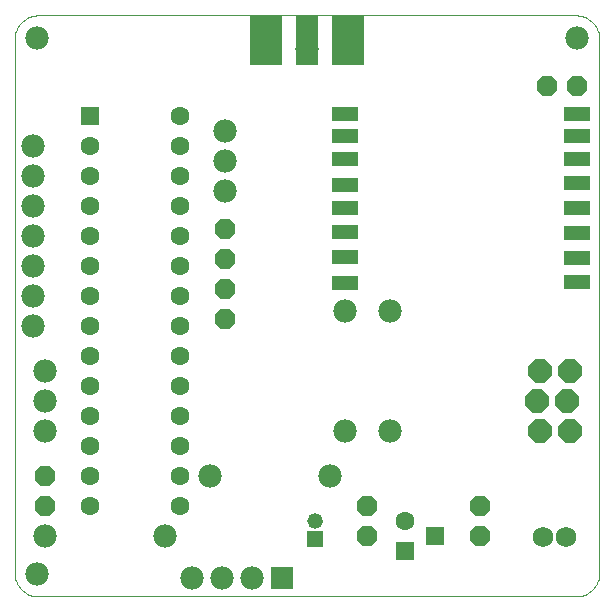
<source format=gts>
G75*
%MOIN*%
%OFA0B0*%
%FSLAX24Y24*%
%IPPOS*%
%LPD*%
%AMOC8*
5,1,8,0,0,1.08239X$1,22.5*
%
%ADD10C,0.0000*%
%ADD11R,0.0900X0.0460*%
%ADD12OC8,0.0780*%
%ADD13C,0.0780*%
%ADD14R,0.0630X0.0630*%
%ADD15C,0.0630*%
%ADD16R,0.0520X0.0520*%
%ADD17C,0.0520*%
%ADD18OC8,0.0670*%
%ADD19R,0.0740X0.1690*%
%ADD20R,0.1090X0.1690*%
%ADD21R,0.0780X0.0780*%
%ADD22C,0.0680*%
D10*
X001467Y001180D02*
X019385Y001180D01*
X019439Y001182D01*
X019492Y001187D01*
X019545Y001196D01*
X019597Y001209D01*
X019649Y001225D01*
X019699Y001245D01*
X019747Y001268D01*
X019794Y001295D01*
X019839Y001324D01*
X019882Y001357D01*
X019922Y001392D01*
X019960Y001430D01*
X019995Y001470D01*
X020028Y001513D01*
X020057Y001558D01*
X020084Y001605D01*
X020107Y001653D01*
X020127Y001703D01*
X020143Y001755D01*
X020156Y001807D01*
X020165Y001860D01*
X020170Y001913D01*
X020172Y001967D01*
X020172Y019763D01*
X020170Y019817D01*
X020165Y019870D01*
X020156Y019923D01*
X020143Y019975D01*
X020127Y020027D01*
X020107Y020077D01*
X020084Y020125D01*
X020057Y020172D01*
X020028Y020217D01*
X019995Y020260D01*
X019960Y020300D01*
X019922Y020338D01*
X019882Y020373D01*
X019839Y020406D01*
X019794Y020435D01*
X019747Y020462D01*
X019699Y020485D01*
X019649Y020505D01*
X019597Y020521D01*
X019545Y020534D01*
X019492Y020543D01*
X019439Y020548D01*
X019385Y020550D01*
X001467Y020550D01*
X001413Y020548D01*
X001360Y020543D01*
X001307Y020534D01*
X001255Y020521D01*
X001203Y020505D01*
X001153Y020485D01*
X001105Y020462D01*
X001058Y020435D01*
X001013Y020406D01*
X000970Y020373D01*
X000930Y020338D01*
X000892Y020300D01*
X000857Y020260D01*
X000824Y020217D01*
X000795Y020172D01*
X000768Y020125D01*
X000745Y020077D01*
X000725Y020027D01*
X000709Y019975D01*
X000696Y019923D01*
X000687Y019870D01*
X000682Y019817D01*
X000680Y019763D01*
X000680Y001967D01*
X000682Y001913D01*
X000687Y001860D01*
X000696Y001807D01*
X000709Y001755D01*
X000725Y001703D01*
X000745Y001653D01*
X000768Y001605D01*
X000795Y001558D01*
X000824Y001513D01*
X000857Y001470D01*
X000892Y001430D01*
X000930Y001392D01*
X000970Y001357D01*
X001013Y001324D01*
X001058Y001295D01*
X001105Y001268D01*
X001153Y001245D01*
X001203Y001225D01*
X001255Y001209D01*
X001307Y001196D01*
X001360Y001187D01*
X001413Y001182D01*
X001467Y001180D01*
X008230Y020555D02*
X012630Y020555D01*
D11*
X011693Y017268D03*
X011693Y016543D03*
X011693Y015755D03*
X011693Y014905D03*
X011693Y014118D03*
X011693Y013331D03*
X011693Y012481D03*
X011693Y011643D03*
X019430Y011668D03*
X019430Y012456D03*
X019430Y013293D03*
X019430Y014118D03*
X019430Y014968D03*
X019430Y015755D03*
X019430Y016543D03*
X019430Y017268D03*
D12*
X019180Y008680D03*
X018180Y008680D03*
X018080Y007680D03*
X018180Y006680D03*
X019180Y006680D03*
X019080Y007680D03*
D13*
X013180Y006680D03*
X011680Y006680D03*
X011180Y005180D03*
X008578Y001807D03*
X007578Y001807D03*
X006578Y001807D03*
X005680Y003180D03*
X007180Y005180D03*
X011680Y010680D03*
X013180Y010680D03*
X007680Y014680D03*
X007680Y015680D03*
X007680Y016680D03*
X010430Y019430D03*
X001430Y019805D03*
X001305Y016180D03*
X001305Y015180D03*
X001305Y014180D03*
X001305Y013180D03*
X001305Y012180D03*
X001305Y011180D03*
X001305Y010180D03*
X001680Y008680D03*
X001680Y007680D03*
X001680Y006680D03*
X001680Y003180D03*
X001430Y001930D03*
X019430Y019805D03*
D14*
X014680Y003180D03*
X013680Y002680D03*
X003180Y017180D03*
D15*
X003180Y016180D03*
X003180Y015180D03*
X003180Y014180D03*
X003180Y013180D03*
X003180Y012180D03*
X003180Y011180D03*
X003180Y010180D03*
X003180Y009180D03*
X003180Y008180D03*
X003180Y007180D03*
X003180Y006180D03*
X003180Y005180D03*
X003180Y004180D03*
X006180Y004180D03*
X006180Y005180D03*
X006180Y006180D03*
X006180Y007180D03*
X006180Y008180D03*
X006180Y009180D03*
X006180Y010180D03*
X006180Y011180D03*
X006180Y012180D03*
X006180Y013180D03*
X006180Y014180D03*
X006180Y015180D03*
X006180Y016180D03*
X006180Y017180D03*
X013680Y003680D03*
D16*
X010680Y003090D03*
D17*
X010680Y003680D03*
D18*
X012430Y003180D03*
X012430Y004180D03*
X016180Y004180D03*
X016180Y003180D03*
X007680Y010430D03*
X007680Y011430D03*
X007680Y012430D03*
X007680Y013430D03*
X001680Y005180D03*
X001680Y004180D03*
X018430Y018180D03*
X019430Y018180D03*
D19*
X010430Y019722D03*
D20*
X009054Y019722D03*
X011806Y019722D03*
D21*
X009578Y001807D03*
D22*
X018286Y003147D03*
X019074Y003147D03*
M02*

</source>
